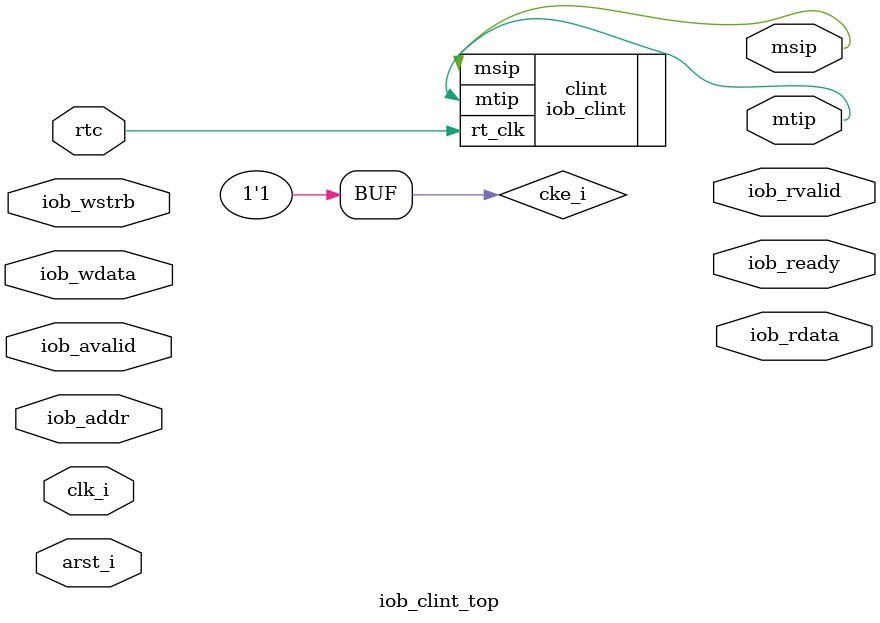
<source format=v>
`timescale 1ns / 1ps

module iob_clint_top #(
    parameter ADDR_W  = 16,
    parameter DATA_W  = 32,
    parameter N_CORES = 1
  )  (
    input                clk_i,
    input                arst_i,

    input                rtc,

    input [0:0]          iob_avalid,
    input [ADDR_W-1:0]   iob_addr,
    input [DATA_W-1:0]   iob_wdata,
    input [DATA_W/8-1:0] iob_wstrb,
    output [0:0]         iob_rvalid,
    output [DATA_W-1:0]  iob_rdata,
    output [0:0]         iob_ready,

    output [N_CORES-1:0] mtip,
    output [N_CORES-1:0] msip
    );

`ifdef VCD
  initial begin
    $dumpfile("iob_clint.vcd");
    $dumpvars();
  end
`endif

  wire cke_i = 1'b1;

  iob_clint #(
      .ADDR_W(ADDR_W),
      .DATA_W(DATA_W),
      .N_CORES(N_CORES)
    ) clint (
      `include "iob_s_portmap.vh"

      .rt_clk  (rtc),

      .mtip    (mtip),
      .msip    (msip),

      `include "iob_clkenrst_portmap.vh"
      );

endmodule

</source>
